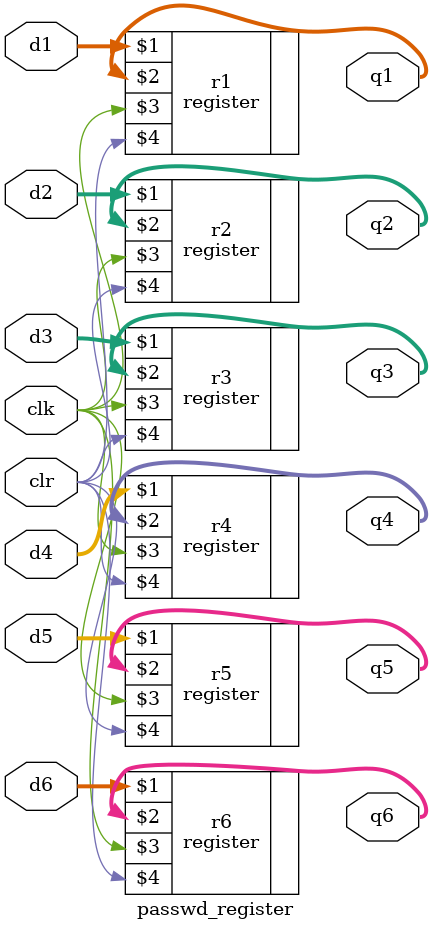
<source format=v>
module passwd_register(d1,d2,d3,d4,d5,d6,q1,q2,q3,q4,q5,q6,clr,clk);
	
	input clk,clr;
	input [3:0] d1,d2,d3,d4,d5,d6;
	output [3:0] q1,q2,q3,q4,q5,q6;
	
	register r1(d1[3:0],q1[3:0],clk,clr);
	register r2(d2[3:0],q2[3:0],clk,clr);
	register r3(d3[3:0],q3[3:0],clk,clr);
	register r4(d4[3:0],q4[3:0],clk,clr);
	register r5(d5[3:0],q5[3:0],clk,clr);
	register r6(d6[3:0],q6[3:0],clk,clr);
	
endmodule
</source>
